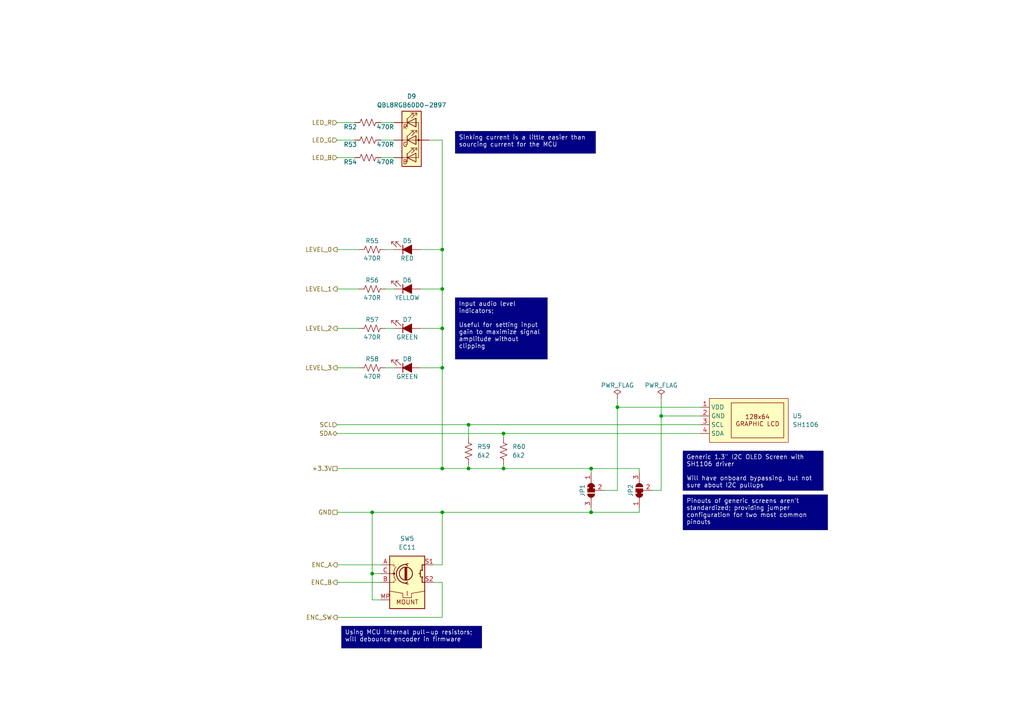
<source format=kicad_sch>
(kicad_sch (version 20230121) (generator eeschema)
  (paper "A4")
  (title_block (title "Digital Audio Effects Processor") (date "2023-11-26") (rev "A") (company "Ishaan Govindarajan"))
  (lib_symbols
    (symbol "Custom-Electromechanical:EC11" (pin_names (offset 0.254) hide)
      (property "Reference" "SW" (at 0 6.604 0))
      (property "Value" "EC11" (at 0 -12.7 0))
      (symbol "EC11_0_1"
        (rectangle (start -5.08 5.08) (end 5.08 -10.16) (stroke (width 0.254)) (fill (type background)))
        (circle (center -3.81 0) (radius 0.254) (fill (type outline)))
        (circle (center -0.381 0) (radius 1.905) (stroke (width 0.254)))
        (arc (start -0.381 2.667) (mid -3.0988 -0.0635) (end -0.381 -2.794) (stroke (width 0.254)))
        (polyline (pts (xy -0.635 -1.778) (xy -0.635 1.778)) (stroke (width 0.254)))
        (polyline (pts (xy -0.381 -1.778) (xy -0.381 1.778)) (stroke (width 0.254)))
        (polyline (pts (xy -0.127 1.778) (xy -0.127 -1.778)) (stroke (width 0.254)))
        (polyline (pts (xy 0 -5.08) (xy 0 -6.35)))
        (polyline (pts (xy 3.81 0) (xy 3.429 0)) (stroke (width 0.254)))
        (polyline (pts (xy 3.81 1.016) (xy 3.81 -1.016)) (stroke (width 0.254)))
        (polyline (pts (xy -5.08 -2.54) (xy -3.81 -2.54) (xy -3.81 -2.032)))
        (polyline (pts (xy -5.08 2.54) (xy -3.81 2.54) (xy -3.81 2.032)))
        (polyline (pts (xy 0.254 -3.048) (xy -0.508 -2.794) (xy 0.127 -2.413)) (stroke (width 0.254)))
        (polyline (pts (xy 0.254 2.921) (xy -0.508 2.667) (xy 0.127 2.286)) (stroke (width 0.254)))
        (polyline (pts (xy 5.08 -2.54) (xy 4.318 -2.54) (xy 4.318 -1.016)) (stroke (width 0.254)))
        (polyline (pts (xy 5.08 2.54) (xy 4.318 2.54) (xy 4.318 1.016)) (stroke (width 0.254)))
        (polyline (pts (xy -5.08 0) (xy -3.81 0) (xy -3.81 -1.016) (xy -3.302 -2.032)))
        (polyline (pts (xy -4.318 0) (xy -3.81 0) (xy -3.81 1.016) (xy -3.302 2.032)))
        (polyline (pts (xy -5.08 -5.08) (xy -1.27 -5.715) (xy -1.27 -6.985) (xy 1.27 -6.985) (xy 1.27 -5.715) (xy 5.08 -5.08)))
        (circle (center 4.318 -1.016) (radius 0.127) (stroke (width 0.254)))
        (circle (center 4.318 1.016) (radius 0.127) (stroke (width 0.254)))
      )
      (symbol "EC11_1_1"
        (text "MOUNT" (at 0 -8.255 0) (effects (font (size 1.27 1.27))))
        (pin passive line (at -7.62 2.54 0) (length 2.54) (name "A") (number "A"))
        (pin passive line (at -7.62 -2.54 0) (length 2.54) (name "B") (number "B"))
        (pin passive line (at -7.62 0 0) (length 2.54) (name "C") (number "C"))
        (pin passive line (at -7.62 -7.62 0) (length 2.54) (name "MP") (number "MP"))
        (pin passive line (at 7.62 2.54 180) (length 2.54) (name "S1") (number "S1"))
        (pin passive line (at 7.62 -2.54 180) (length 2.54) (name "S2") (number "S2"))
      )
    )
    (symbol "Custom-Optoelectronic:151031SS06000" (pin_numbers hide) (pin_names (offset 1.016) hide)
      (property "Reference" "D" (at 0 2.54 0))
      (property "Value" "RED" (at 0 -2.54 0))
      (symbol "151031SS06000_0_1"
        (polyline (pts (xy -1.27 -1.27) (xy -1.27 1.27)) (stroke (width 0.254)))
        (polyline (pts (xy -1.27 0) (xy 1.27 0)))
        (polyline (pts (xy -3.048 -0.762) (xy -4.572 -2.286) (xy -3.81 -2.286) (xy -4.572 -2.286) (xy -4.572 -1.524)))
        (polyline (pts (xy -1.778 -0.762) (xy -3.302 -2.286) (xy -2.54 -2.286) (xy -3.302 -2.286) (xy -3.302 -1.524)))
      )
      (symbol "151031SS06000_1_1"
        (polyline (pts (xy 1.27 -1.27) (xy 1.27 1.27) (xy -1.27 0) (xy 1.27 -1.27)) (stroke (width 0.254)) (fill (type outline)))
        (pin passive line (at -3.81 0 0) (length 2.54) (name "K") (number "1"))
        (pin passive line (at 3.81 0 180) (length 2.54) (name "A") (number "2"))
      )
    )
    (symbol "Custom-Optoelectronic:151031VS04000" (pin_numbers hide) (pin_names (offset 1.016) hide)
      (property "Reference" "D" (at 0 2.54 0))
      (property "Value" "GREEN" (at 0 -2.54 0))
      (symbol "151031VS04000_0_1"
        (polyline (pts (xy -1.27 -1.27) (xy -1.27 1.27)) (stroke (width 0.254)))
        (polyline (pts (xy -1.27 0) (xy 1.27 0)))
        (polyline (pts (xy -3.048 -0.762) (xy -4.572 -2.286) (xy -3.81 -2.286) (xy -4.572 -2.286) (xy -4.572 -1.524)))
        (polyline (pts (xy -1.778 -0.762) (xy -3.302 -2.286) (xy -2.54 -2.286) (xy -3.302 -2.286) (xy -3.302 -1.524)))
      )
      (symbol "151031VS04000_1_1"
        (polyline (pts (xy 1.27 -1.27) (xy 1.27 1.27) (xy -1.27 0) (xy 1.27 -1.27)) (stroke (width 0.254)) (fill (type outline)))
        (pin passive line (at -3.81 0 0) (length 2.54) (name "K") (number "1"))
        (pin passive line (at 3.81 0 180) (length 2.54) (name "A") (number "2"))
      )
    )
    (symbol "Custom-Optoelectronic:151031YS05900" (pin_numbers hide) (pin_names (offset 1.016) hide)
      (property "Reference" "D" (at 0 2.54 0))
      (property "Value" "YELLOW" (at 0 -2.54 0))
      (symbol "151031YS05900_0_1"
        (polyline (pts (xy -1.27 -1.27) (xy -1.27 1.27)) (stroke (width 0.254)))
        (polyline (pts (xy -1.27 0) (xy 1.27 0)))
        (polyline (pts (xy -3.048 -0.762) (xy -4.572 -2.286) (xy -3.81 -2.286) (xy -4.572 -2.286) (xy -4.572 -1.524)))
        (polyline (pts (xy -1.778 -0.762) (xy -3.302 -2.286) (xy -2.54 -2.286) (xy -3.302 -2.286) (xy -3.302 -1.524)))
      )
      (symbol "151031YS05900_1_1"
        (polyline (pts (xy 1.27 -1.27) (xy 1.27 1.27) (xy -1.27 0) (xy 1.27 -1.27)) (stroke (width 0.254)) (fill (type outline)))
        (pin passive line (at -3.81 0 0) (length 2.54) (name "K") (number "1"))
        (pin passive line (at 3.81 0 180) (length 2.54) (name "A") (number "2"))
      )
    )
    (symbol "Custom-Optoelectronic:QBL8RGB60D0-2897" (pin_names (offset 0) hide)
      (property "Reference" "D" (at 0 9.398 0))
      (property "Value" "QBL8RGB60D0-2897" (at 0 -8.89 0))
      (symbol "QBL8RGB60D0-2897_0_0"
        (text "B" (at -1.905 -6.35 0) (effects (font (size 1.27 1.27))))
        (text "G" (at -1.905 -1.27 0) (effects (font (size 1.27 1.27))))
        (text "R" (at -1.905 3.81 0) (effects (font (size 1.27 1.27))))
      )
      (symbol "QBL8RGB60D0-2897_0_1"
        (polyline (pts (xy -1.27 -5.08) (xy -2.54 -5.08)))
        (polyline (pts (xy -1.27 -5.08) (xy 1.27 -5.08)))
        (polyline (pts (xy -1.27 -3.81) (xy -1.27 -6.35)))
        (polyline (pts (xy -1.27 -3.81) (xy -1.27 -6.35)) (stroke (width 0.2032)))
        (polyline (pts (xy -1.27 0) (xy -2.54 0)))
        (polyline (pts (xy -1.27 0) (xy 1.27 0)))
        (polyline (pts (xy -1.27 1.27) (xy -1.27 -1.27)) (stroke (width 0.2032)))
        (polyline (pts (xy -1.27 5.08) (xy -2.54 5.08)))
        (polyline (pts (xy -1.27 6.35) (xy -1.27 3.81)) (stroke (width 0.2032)))
        (polyline (pts (xy 1.27 0) (xy 2.54 0)))
        (polyline (pts (xy 1.27 5.08) (xy -1.27 5.08)))
        (polyline (pts (xy -1.27 1.27) (xy -1.27 -1.27) (xy -1.27 -1.27)))
        (polyline (pts (xy -1.27 6.35) (xy -1.27 3.81) (xy -1.27 3.81)))
        (polyline (pts (xy 1.27 -5.08) (xy 2.032 -5.08) (xy 2.032 5.08) (xy 1.27 5.08)))
        (polyline (pts (xy 1.27 -3.81) (xy 1.27 -6.35) (xy -1.27 -5.08) (xy 1.27 -3.81)) (stroke (width 0.2032)))
        (polyline (pts (xy 1.27 1.27) (xy 1.27 -1.27) (xy -1.27 0) (xy 1.27 1.27)) (stroke (width 0.2032)))
        (polyline (pts (xy 1.27 6.35) (xy 1.27 3.81) (xy -1.27 5.08) (xy 1.27 6.35)) (stroke (width 0.2032)))
        (polyline (pts (xy -1.016 -3.81) (xy 0.508 -2.286) (xy -0.254 -2.286) (xy 0.508 -2.286) (xy 0.508 -3.048)))
        (polyline (pts (xy -1.016 1.27) (xy 0.508 2.794) (xy -0.254 2.794) (xy 0.508 2.794) (xy 0.508 2.032)))
        (polyline (pts (xy -1.016 6.35) (xy 0.508 7.874) (xy -0.254 7.874) (xy 0.508 7.874) (xy 0.508 7.112)))
        (polyline (pts (xy 0 -3.81) (xy 1.524 -2.286) (xy 0.762 -2.286) (xy 1.524 -2.286) (xy 1.524 -3.048)))
        (polyline (pts (xy 0 1.27) (xy 1.524 2.794) (xy 0.762 2.794) (xy 1.524 2.794) (xy 1.524 2.032)))
        (polyline (pts (xy 0 6.35) (xy 1.524 7.874) (xy 0.762 7.874) (xy 1.524 7.874) (xy 1.524 7.112)))
        (rectangle (start 1.27 -1.27) (end 1.27 1.27))
        (rectangle (start 1.27 1.27) (end 1.27 1.27))
        (rectangle (start 1.27 3.81) (end 1.27 6.35))
        (rectangle (start 1.27 6.35) (end 1.27 6.35))
        (circle (center 2.032 0) (radius 0.254) (fill (type outline)))
        (rectangle (start 2.794 8.382) (end -2.794 -7.62) (stroke (width 0.254)) (fill (type background)))
      )
      (symbol "QBL8RGB60D0-2897_1_1"
        (pin passive line (at -5.08 5.08 0) (length 2.54) (name "RK") (number "1"))
        (pin power_in line (at 5.08 0 180) (length 2.54) (name "A") (number "2"))
        (pin passive line (at -5.08 -5.08 0) (length 2.54) (name "BK") (number "3"))
        (pin passive line (at -5.08 0 0) (length 2.54) (name "GK") (number "4"))
      )
    )
    (symbol "Custom-ResistorTHT:MFR-25FRF52-470R" (pin_numbers hide) (pin_names (offset 0))
      (property "Reference" "R" (at 2.54 0 90))
      (property "Value" "470R" (at -2.54 0 90))
      (symbol "MFR-25FRF52-470R_0_1"
        (polyline (pts (xy 0 -2.286) (xy 0 -2.54)))
        (polyline (pts (xy 0 2.286) (xy 0 2.54)))
        (polyline (pts (xy 0 -0.762) (xy 1.016 -1.143) (xy 0 -1.524) (xy -1.016 -1.905) (xy 0 -2.286)))
        (polyline (pts (xy 0 0.762) (xy 1.016 0.381) (xy 0 0) (xy -1.016 -0.381) (xy 0 -0.762)))
        (polyline (pts (xy 0 2.286) (xy 1.016 1.905) (xy 0 1.524) (xy -1.016 1.143) (xy 0 0.762)))
      )
      (symbol "MFR-25FRF52-470R_1_1"
        (pin passive line (at 0 3.81 270) (length 1.27) (name "~") (number "1"))
        (pin passive line (at 0 -3.81 90) (length 1.27) (name "~") (number "2"))
      )
    )
    (symbol "Custom-ResistorTHT:MFR-25FRF52-6K2" (pin_numbers hide) (pin_names (offset 0))
      (property "Reference" "R" (at 2.54 0 90))
      (property "Value" "6k2" (at -2.54 0 90))
      (symbol "MFR-25FRF52-6K2_0_1"
        (polyline (pts (xy 0 -2.286) (xy 0 -2.54)))
        (polyline (pts (xy 0 2.286) (xy 0 2.54)))
        (polyline (pts (xy 0 -0.762) (xy 1.016 -1.143) (xy 0 -1.524) (xy -1.016 -1.905) (xy 0 -2.286)))
        (polyline (pts (xy 0 0.762) (xy 1.016 0.381) (xy 0 0) (xy -1.016 -0.381) (xy 0 -0.762)))
        (polyline (pts (xy 0 2.286) (xy 1.016 1.905) (xy 0 1.524) (xy -1.016 1.143) (xy 0 0.762)))
      )
      (symbol "MFR-25FRF52-6K2_1_1"
        (pin passive line (at 0 3.81 270) (length 1.27) (name "~") (number "1"))
        (pin passive line (at 0 -3.81 90) (length 1.27) (name "~") (number "2"))
      )
    )
    (symbol "Daughterboards:SH1106_DISPLAY_MODULE"
      (property "Reference" "U" (at -10.16 7.62 0))
      (property "Value" "SH1106" (at -7.62 -7.62 0))
      (symbol "SH1106_DISPLAY_MODULE_1_1"
        (rectangle (start -11.43 6.35) (end 11.43 -6.35) (fill (type background)))
        (rectangle (start -5.08 5.08) (end 10.16 -5.08))
        (text "128x64\nGRAPHIC LCD" (at 2.54 0 0) (effects (font (size 1.27 1.27))))
        (pin power_in line (at -13.97 3.81 0) (length 2.54) (name "VDD") (number "1"))
        (pin power_in line (at -13.97 1.27 0) (length 2.54) (name "GND") (number "2"))
        (pin input line (at -13.97 -1.27 0) (length 2.54) (name "SCL") (number "3"))
        (pin bidirectional line (at -13.97 -3.81 0) (length 2.54) (name "SDA") (number "4"))
      )
    )
    (symbol "Jumper:SolderJumper_3_Bridged12" (pin_names (offset 0) hide)
      (property "Reference" "JP" (at -2.54 -2.54 0))
      (property "Value" "SolderJumper_3_Bridged12" (at 0 2.794 0))
      (symbol "SolderJumper_3_Bridged12_0_1"
        (rectangle (start -1.016 0.508) (end -0.508 -0.508) (fill (type outline)))
        (arc (start -1.016 1.016) (mid -2.0276 0) (end -1.016 -1.016))
        (arc (start -1.016 1.016) (mid -2.0276 0) (end -1.016 -1.016) (fill (type outline)))
        (rectangle (start -0.508 1.016) (end 0.508 -1.016) (fill (type outline)))
        (polyline (pts (xy -2.54 0) (xy -2.032 0)))
        (polyline (pts (xy -1.016 1.016) (xy -1.016 -1.016)))
        (polyline (pts (xy 0 -1.27) (xy 0 -1.016)))
        (polyline (pts (xy 1.016 1.016) (xy 1.016 -1.016)))
        (polyline (pts (xy 2.54 0) (xy 2.032 0)))
        (arc (start 1.016 -1.016) (mid 2.0276 0) (end 1.016 1.016))
        (arc (start 1.016 -1.016) (mid 2.0276 0) (end 1.016 1.016) (fill (type outline)))
      )
      (symbol "SolderJumper_3_Bridged12_1_1"
        (pin passive line (at -5.08 0 0) (length 2.54) (name "A") (number "1"))
        (pin passive line (at 0 -3.81 90) (length 2.54) (name "C") (number "2"))
        (pin passive line (at 5.08 0 180) (length 2.54) (name "B") (number "3"))
      )
    )
    (symbol "power:PWR_FLAG" (power) (pin_numbers hide) (pin_names (offset 0) hide)
      (property "Value" "PWR_FLAG" (at 0 3.81 0))
      (symbol "PWR_FLAG_0_0"
        (pin power_out line (at 0 0 90) (length 0) (name "pwr") (number "1"))
      )
      (symbol "PWR_FLAG_0_1"
        (polyline (pts (xy 0 0) (xy 0 1.27) (xy -1.016 1.905) (xy 0 2.54) (xy 1.016 1.905) (xy 0 1.27)))
      )
    )
  )
  (junction (at 135.89 135.89))
  (junction (at 128.27 135.89))
  (junction (at 146.05 125.73))
  (junction (at 107.95 166.37))
  (junction (at 128.27 148.59))
  (junction (at 128.27 83.82))
  (junction (at 179.07 118.11))
  (junction (at 128.27 106.68))
  (junction (at 146.05 135.89))
  (junction (at 191.77 120.65))
  (junction (at 107.95 148.59))
  (junction (at 128.27 95.25))
  (junction (at 128.27 72.39))
  (junction (at 135.89 123.19))
  (junction (at 171.45 135.89))
  (junction (at 171.45 148.59))
  (wire (pts (xy 124.46 40.64) (xy 128.27 40.64)))
  (wire (pts (xy 97.79 95.25) (xy 104.14 95.25)))
  (wire (pts (xy 97.79 163.83) (xy 110.49 163.83)))
  (wire (pts (xy 171.45 148.59) (xy 185.42 148.59)))
  (wire (pts (xy 128.27 148.59) (xy 171.45 148.59)))
  (wire (pts (xy 128.27 135.89) (xy 135.89 135.89)))
  (wire (pts (xy 146.05 134.62) (xy 146.05 135.89)))
  (wire (pts (xy 97.79 40.64) (xy 102.87 40.64)))
  (wire (pts (xy 189.23 142.24) (xy 191.77 142.24)))
  (wire (pts (xy 111.76 72.39) (xy 114.3 72.39)))
  (wire (pts (xy 97.79 168.91) (xy 110.49 168.91)))
  (wire (pts (xy 121.92 106.68) (xy 128.27 106.68)))
  (wire (pts (xy 128.27 163.83) (xy 125.73 163.83)))
  (wire (pts (xy 185.42 147.32) (xy 185.42 148.59)))
  (wire (pts (xy 128.27 40.64) (xy 128.27 72.39)))
  (wire (pts (xy 135.89 135.89) (xy 146.05 135.89)))
  (wire (pts (xy 121.92 95.25) (xy 128.27 95.25)))
  (wire (pts (xy 171.45 135.89) (xy 185.42 135.89)))
  (wire (pts (xy 146.05 135.89) (xy 171.45 135.89)))
  (wire (pts (xy 107.95 148.59) (xy 128.27 148.59)))
  (wire (pts (xy 191.77 142.24) (xy 191.77 120.65)))
  (wire (pts (xy 171.45 135.89) (xy 171.45 137.16)))
  (wire (pts (xy 128.27 72.39) (xy 128.27 83.82)))
  (wire (pts (xy 171.45 147.32) (xy 171.45 148.59)))
  (wire (pts (xy 179.07 142.24) (xy 179.07 118.11)))
  (wire (pts (xy 110.49 45.72) (xy 114.3 45.72)))
  (wire (pts (xy 111.76 95.25) (xy 114.3 95.25)))
  (wire (pts (xy 107.95 148.59) (xy 97.79 148.59)))
  (wire (pts (xy 111.76 83.82) (xy 114.3 83.82)))
  (wire (pts (xy 179.07 118.11) (xy 203.2 118.11)))
  (wire (pts (xy 191.77 120.65) (xy 203.2 120.65)))
  (wire (pts (xy 146.05 125.73) (xy 203.2 125.73)))
  (wire (pts (xy 185.42 135.89) (xy 185.42 137.16)))
  (wire (pts (xy 97.79 125.73) (xy 146.05 125.73)))
  (wire (pts (xy 110.49 166.37) (xy 107.95 166.37)))
  (wire (pts (xy 97.79 179.07) (xy 128.27 179.07)))
  (wire (pts (xy 179.07 115.57) (xy 179.07 118.11)))
  (wire (pts (xy 128.27 83.82) (xy 128.27 95.25)))
  (wire (pts (xy 128.27 179.07) (xy 128.27 168.91)))
  (wire (pts (xy 135.89 134.62) (xy 135.89 135.89)))
  (wire (pts (xy 110.49 35.56) (xy 114.3 35.56)))
  (wire (pts (xy 121.92 83.82) (xy 128.27 83.82)))
  (wire (pts (xy 97.79 106.68) (xy 104.14 106.68)))
  (wire (pts (xy 97.79 83.82) (xy 104.14 83.82)))
  (wire (pts (xy 128.27 95.25) (xy 128.27 106.68)))
  (wire (pts (xy 97.79 72.39) (xy 104.14 72.39)))
  (wire (pts (xy 128.27 148.59) (xy 128.27 163.83)))
  (wire (pts (xy 111.76 106.68) (xy 114.3 106.68)))
  (wire (pts (xy 97.79 135.89) (xy 128.27 135.89)))
  (wire (pts (xy 110.49 40.64) (xy 114.3 40.64)))
  (wire (pts (xy 97.79 35.56) (xy 102.87 35.56)))
  (wire (pts (xy 191.77 115.57) (xy 191.77 120.65)))
  (wire (pts (xy 97.79 45.72) (xy 102.87 45.72)))
  (wire (pts (xy 107.95 173.99) (xy 110.49 173.99)))
  (wire (pts (xy 128.27 168.91) (xy 125.73 168.91)))
  (wire (pts (xy 175.26 142.24) (xy 179.07 142.24)))
  (wire (pts (xy 135.89 123.19) (xy 135.89 127)))
  (wire (pts (xy 97.79 123.19) (xy 135.89 123.19)))
  (wire (pts (xy 128.27 106.68) (xy 128.27 135.89)))
  (wire (pts (xy 146.05 125.73) (xy 146.05 127)))
  (wire (pts (xy 107.95 166.37) (xy 107.95 173.99)))
  (wire (pts (xy 135.89 123.19) (xy 203.2 123.19)))
  (wire (pts (xy 107.95 166.37) (xy 107.95 148.59)))
  (wire (pts (xy 121.92 72.39) (xy 128.27 72.39)))
  (text_box "Sinking current is a little easier than sourcing current for the MCU" (at 132.08 38.1 0) (size 40.64 6.35) (stroke (width 0) (color 0 0 72 1)) (fill (type color) (color 0 0 132 1)) (effects (font (size 1.27 1.27)) (justify left top)))
  (text_box "Pinouts of generic screens aren't standardized; providing jumper configuration for two most common pinouts" (at 198.12 143.51 0) (size 41.91 10.16) (stroke (width 0) (color 0 0 72 1)) (fill (type color) (color 0 0 132 1)) (effects (font (size 1.27 1.27)) (justify left top)))
  (text_box "Input audio level indicators;\n\nUseful for setting input gain to maximize signal amplitude without clipping" (at 132.08 86.36 0) (size 26.67 17.78) (stroke (width 0) (color 0 0 72 1)) (fill (type color) (color 0 0 132 1)) (effects (font (size 1.27 1.27)) (justify left top)))
  (text_box "Using MCU internal pull-up resistors; will debounce encoder in firmware" (at 99.06 181.61 0) (size 40.64 6.35) (stroke (width 0) (color 0 0 72 1)) (fill (type color) (color 0 0 132 1)) (effects (font (size 1.27 1.27)) (justify left top)))
  (text_box "Generic 1.3\" I2C OLED Screen with SH1106 driver\n\nWill have onboard bypassing, but not sure about I2C pullups" (at 198.12 130.81 0) (size 40.64 11.43) (stroke (width 0) (color 0 0 72 1)) (fill (type color) (color 0 0 132 1)) (effects (font (size 1.27 1.27)) (justify left top)))
  (hierarchical_label "LED_G" (shape input) (at 97.79 40.64 180))
  (hierarchical_label "+3.3V" (shape passive) (at 97.79 135.89 180))
  (hierarchical_label "SDA" (shape bidirectional) (at 97.79 125.73 180))
  (hierarchical_label "LED_R" (shape input) (at 97.79 35.56 180))
  (hierarchical_label "LEVEL_0" (shape output) (at 97.79 72.39 180))
  (hierarchical_label "SCL" (shape input) (at 97.79 123.19 180))
  (hierarchical_label "ENC_SW" (shape output) (at 97.79 179.07 180))
  (hierarchical_label "LEVEL_1" (shape output) (at 97.79 83.82 180))
  (hierarchical_label "ENC_A" (shape output) (at 97.79 163.83 180))
  (hierarchical_label "GND" (shape passive) (at 97.79 148.59 180))
  (hierarchical_label "LEVEL_2" (shape output) (at 97.79 95.25 180))
  (hierarchical_label "LEVEL_3" (shape output) (at 97.79 106.68 180))
  (hierarchical_label "ENC_B" (shape output) (at 97.79 168.91 180))
  (hierarchical_label "LED_B" (shape input) (at 97.79 45.72 180))
  (symbol (lib_id "Jumper:SolderJumper_3_Bridged12") (at 171.45 142.24 90) (mirror x) (unit 1)
    (property "Reference" "JP1" (at 168.91 142.24 0))
    (property "Value" "SolderJumper_3_Bridged12" (effects hide))
    (property "Footprint" "Jumper:SolderJumper-3_P2.0mm_Open_TrianglePad1.0x1.5mm" (effects hide))
  )
  (symbol (lib_id "Custom-Optoelectronic:151031SS06000") (at 118.11 72.39 0) (mirror x) (unit 1)
    (property "Reference" "D5" (at 118.11 69.85 0))
    (property "Value" "RED" (at 118.11 74.93 0))
    (property "Footprint" "LED_THT:LED_D3.0mm_Clear" (effects hide))
    (property "Datasheet" "https://www.we-online.com/components/products/datasheet/151031SS06000.pdf" (effects hide))
    (property "Manufacturer" "Würth Elektronik" (effects hide))
    (property "Part Number" "151031SS06000" (effects hide))
  )
  (symbol (lib_id "Custom-ResistorTHT:MFR-25FRF52-470R") (at 107.95 72.39 90) (unit 1)
    (property "Reference" "R55" (at 107.95 69.85 90))
    (property "Value" "470R" (at 107.95 74.93 90))
    (property "Footprint" "Resistor_THT:R_Axial_DIN0207_L6.3mm_D2.5mm_P10.16mm_Horizontal" (effects hide))
    (property "Datasheet" "https://www.yageo.com/upload/media/product/productsearch/datasheet/lr/YAGEO%20MFR_datasheet_2023v3.pdf" (effects hide))
    (property "Manufacturer" "YAGEO" (effects hide))
    (property "Part Number" "MFR-25FRF52-470R" (effects hide))
  )
  (symbol (lib_id "Custom-ResistorTHT:MFR-25FRF52-6K2") (at 135.89 130.81 0) (unit 1)
    (property "Reference" "R59" (at 138.43 129.54 0) (effects (justify left)))
    (property "Value" "6k2" (at 138.43 132.08 0) (effects (justify left)))
    (property "Footprint" "Resistor_THT:R_Axial_DIN0207_L6.3mm_D2.5mm_P10.16mm_Horizontal" (effects hide))
    (property "Datasheet" "https://www.yageo.com/upload/media/product/productsearch/datasheet/lr/YAGEO%20MFR_datasheet_2023v3.pdf" (effects hide))
    (property "Manufacturer" "YAGEO" (effects hide))
    (property "Part Number" "MFR-25FRF52-6K2" (effects hide))
  )
  (symbol (lib_id "Jumper:SolderJumper_3_Bridged12") (at 185.42 142.24 90) (unit 1)
    (property "Reference" "JP2" (at 182.88 142.24 0))
    (property "Value" "SolderJumper_3_Bridged12" (effects hide))
    (property "Footprint" "Jumper:SolderJumper-3_P2.0mm_Open_TrianglePad1.0x1.5mm" (effects hide))
  )
  (symbol (lib_id "Custom-Optoelectronic:QBL8RGB60D0-2897") (at 119.38 40.64 0) (unit 1)
    (property "Reference" "D9" (at 119.38 27.94 0))
    (property "Value" "QBL8RGB60D0-2897" (at 119.38 30.48 0))
    (property "Footprint" "Custom-DiscreteSemi:LED_D5.0mm-4_RGB" (effects hide))
    (property "Datasheet" "https://www.qt-brightek.com/datasheet/QBL8RGB60D0-2897.pdf" (effects hide))
    (property "Manufacturer" "QT Brightek (QTB)" (effects hide))
    (property "Part Number" "QBL8RGB60D0-2897" (effects hide))
  )
  (symbol (lib_id "Custom-ResistorTHT:MFR-25FRF52-470R") (at 106.68 40.64 90) (unit 1)
    (property "Reference" "R53" (at 101.6 41.91 90))
    (property "Value" "470R" (at 111.76 41.91 90))
    (property "Footprint" "Resistor_THT:R_Axial_DIN0207_L6.3mm_D2.5mm_P10.16mm_Horizontal" (effects hide))
    (property "Datasheet" "https://www.yageo.com/upload/media/product/productsearch/datasheet/lr/YAGEO%20MFR_datasheet_2023v3.pdf" (effects hide))
    (property "Manufacturer" "YAGEO" (effects hide))
    (property "Part Number" "MFR-25FRF52-470R" (effects hide))
  )
  (symbol (lib_id "Custom-ResistorTHT:MFR-25FRF52-470R") (at 107.95 83.82 90) (unit 1)
    (property "Reference" "R56" (at 107.95 81.28 90))
    (property "Value" "470R" (at 107.95 86.36 90))
    (property "Footprint" "Resistor_THT:R_Axial_DIN0207_L6.3mm_D2.5mm_P10.16mm_Horizontal" (effects hide))
    (property "Datasheet" "https://www.yageo.com/upload/media/product/productsearch/datasheet/lr/YAGEO%20MFR_datasheet_2023v3.pdf" (effects hide))
    (property "Manufacturer" "YAGEO" (effects hide))
    (property "Part Number" "MFR-25FRF52-470R" (effects hide))
  )
  (symbol (lib_id "power:PWR_FLAG") (at 191.77 115.57 0) (unit 1)
    (property "Reference" "#FLG03" (effects hide))
    (property "Value" "PWR_FLAG" (at 191.77 111.76 0))
  )
  (symbol (lib_id "Custom-ResistorTHT:MFR-25FRF52-470R") (at 106.68 35.56 90) (unit 1)
    (property "Reference" "R52" (at 101.6 36.83 90))
    (property "Value" "470R" (at 111.76 36.83 90))
    (property "Footprint" "Resistor_THT:R_Axial_DIN0207_L6.3mm_D2.5mm_P10.16mm_Horizontal" (effects hide))
    (property "Datasheet" "https://www.yageo.com/upload/media/product/productsearch/datasheet/lr/YAGEO%20MFR_datasheet_2023v3.pdf" (effects hide))
    (property "Manufacturer" "YAGEO" (effects hide))
    (property "Part Number" "MFR-25FRF52-470R" (effects hide))
  )
  (symbol (lib_id "Custom-ResistorTHT:MFR-25FRF52-470R") (at 106.68 45.72 90) (unit 1)
    (property "Reference" "R54" (at 101.6 46.99 90))
    (property "Value" "470R" (at 111.76 46.99 90))
    (property "Footprint" "Resistor_THT:R_Axial_DIN0207_L6.3mm_D2.5mm_P10.16mm_Horizontal" (effects hide))
    (property "Datasheet" "https://www.yageo.com/upload/media/product/productsearch/datasheet/lr/YAGEO%20MFR_datasheet_2023v3.pdf" (effects hide))
    (property "Manufacturer" "YAGEO" (effects hide))
    (property "Part Number" "MFR-25FRF52-470R" (effects hide))
  )
  (symbol (lib_id "Custom-ResistorTHT:MFR-25FRF52-6K2") (at 146.05 130.81 0) (unit 1)
    (property "Reference" "R60" (at 148.59 129.54 0) (effects (justify left)))
    (property "Value" "6k2" (at 148.59 132.08 0) (effects (justify left)))
    (property "Footprint" "Resistor_THT:R_Axial_DIN0207_L6.3mm_D2.5mm_P10.16mm_Horizontal" (effects hide))
    (property "Datasheet" "https://www.yageo.com/upload/media/product/productsearch/datasheet/lr/YAGEO%20MFR_datasheet_2023v3.pdf" (effects hide))
    (property "Manufacturer" "YAGEO" (effects hide))
    (property "Part Number" "MFR-25FRF52-6K2" (effects hide))
  )
  (symbol (lib_id "Custom-Optoelectronic:151031YS05900") (at 118.11 83.82 0) (mirror x) (unit 1)
    (property "Reference" "D6" (at 118.11 81.28 0))
    (property "Value" "YELLOW" (at 118.11 86.36 0))
    (property "Footprint" "LED_THT:LED_D3.0mm_Clear" (effects hide))
    (property "Datasheet" "https://www.we-online.com/katalog/datasheet/151031YS05900.pdf" (effects hide))
    (property "Manufacturer" "Würth Elektronik" (effects hide))
    (property "Part Number" "151031YS05900" (effects hide))
  )
  (symbol (lib_id "Custom-ResistorTHT:MFR-25FRF52-470R") (at 107.95 95.25 90) (unit 1)
    (property "Reference" "R57" (at 107.95 92.71 90))
    (property "Value" "470R" (at 107.95 97.79 90))
    (property "Footprint" "Resistor_THT:R_Axial_DIN0207_L6.3mm_D2.5mm_P10.16mm_Horizontal" (effects hide))
    (property "Datasheet" "https://www.yageo.com/upload/media/product/productsearch/datasheet/lr/YAGEO%20MFR_datasheet_2023v3.pdf" (effects hide))
    (property "Manufacturer" "YAGEO" (effects hide))
    (property "Part Number" "MFR-25FRF52-470R" (effects hide))
  )
  (symbol (lib_id "Custom-ResistorTHT:MFR-25FRF52-470R") (at 107.95 106.68 90) (unit 1)
    (property "Reference" "R58" (at 107.95 104.14 90))
    (property "Value" "470R" (at 107.95 109.22 90))
    (property "Footprint" "Resistor_THT:R_Axial_DIN0207_L6.3mm_D2.5mm_P10.16mm_Horizontal" (effects hide))
    (property "Datasheet" "https://www.yageo.com/upload/media/product/productsearch/datasheet/lr/YAGEO%20MFR_datasheet_2023v3.pdf" (effects hide))
    (property "Manufacturer" "YAGEO" (effects hide))
    (property "Part Number" "MFR-25FRF52-470R" (effects hide))
  )
  (symbol (lib_id "Custom-Optoelectronic:151031VS04000") (at 118.11 106.68 0) (mirror x) (unit 1)
    (property "Reference" "D8" (at 118.11 104.14 0))
    (property "Value" "GREEN" (at 118.11 109.22 0))
    (property "Footprint" "LED_THT:LED_D3.0mm_Clear" (effects hide))
    (property "Datasheet" "https://www.we-online.com/components/products/datasheet/151031VS04000.pdf" (effects hide))
    (property "Manufacturer" "Würth Elektronik" (effects hide))
    (property "Part Number" "151031VS04000" (effects hide))
  )
  (symbol (lib_id "Custom-Electromechanical:EC11") (at 118.11 166.37 0) (unit 1)
    (property "Reference" "SW5" (at 118.11 156.21 0))
    (property "Value" "EC11" (at 118.11 158.75 0))
    (property "Footprint" "Custom-Electromechanical:RotaryEncoder_Alps_EC11E-Switch_Vertical_H20mm" (effects hide))
    (property "Datasheet" "https://www.bourns.com/docs/Product-Datasheets/PEC11R.pdf" (effects hide))
    (property "Manufacturer" "Bourns Inc." (effects hide))
    (property "Part Number" "PEC11R-4230F-S0012" (effects hide))
  )
  (symbol (lib_id "power:PWR_FLAG") (at 179.07 115.57 0) (unit 1)
    (property "Reference" "#FLG02" (effects hide))
    (property "Value" "PWR_FLAG" (at 179.07 111.76 0))
  )
  (symbol (lib_id "Custom-Optoelectronic:151031VS04000") (at 118.11 95.25 0) (mirror x) (unit 1)
    (property "Reference" "D7" (at 118.11 92.71 0))
    (property "Value" "GREEN" (at 118.11 97.79 0))
    (property "Footprint" "LED_THT:LED_D3.0mm_Clear" (effects hide))
    (property "Datasheet" "https://www.we-online.com/components/products/datasheet/151031VS04000.pdf" (effects hide))
    (property "Manufacturer" "Würth Elektronik" (effects hide))
    (property "Part Number" "151031VS04000" (effects hide))
  )
  (symbol (lib_id "Daughterboards:SH1106_DISPLAY_MODULE") (at 217.17 121.92 0) (unit 1)
    (property "Reference" "U5" (at 229.87 120.65 0) (effects (justify left)))
    (property "Value" "SH1106" (at 229.87 123.19 0) (effects (justify left)))
    (property "Footprint" "Daughterboards:SH1106_LCD_MODULE" (effects hide))
    (property "Manufacturer" "AITEWIN ROBOT" (effects hide))
    (property "Part Number" "SH1106" (effects hide))
  )
)
</source>
